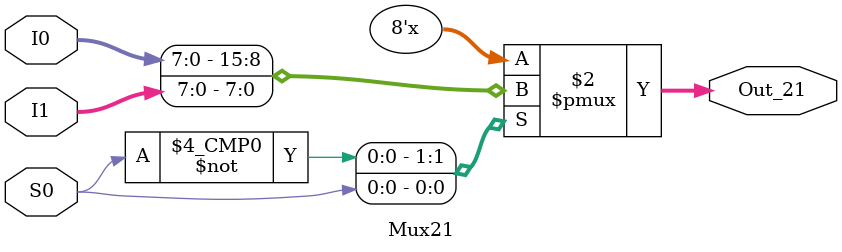
<source format=v>
module Mux21(
    input [7:0] I0,
    input [7:0] I1,
    input S0,
    output reg [7:0] Out_21
    );
    
    always @(S0 or I0 or I1 )
          begin
            case(S0)
            1'b0:
            Out_21=I0;
            1'b1:
            Out_21=I1;
            endcase 
          end
endmodule

</source>
